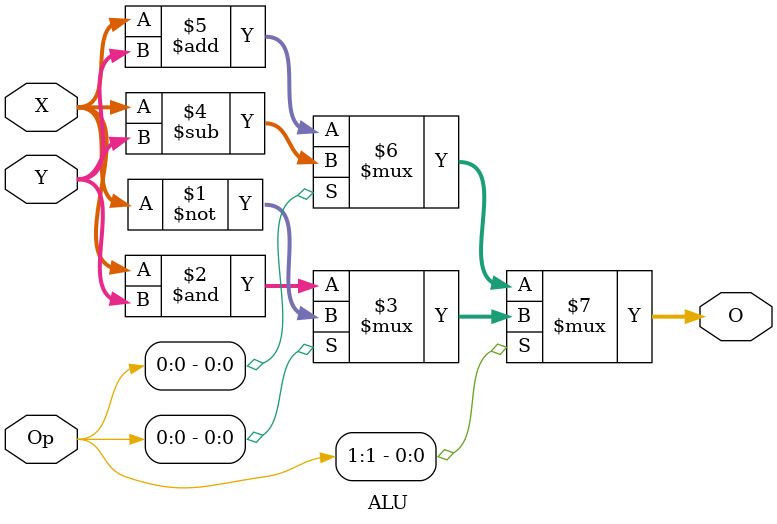
<source format=v>
`timescale 1ns / 1ps
module ALU(
    input [3:0] X,
    input [3:0] Y,
    input [1:0] Op,
    output [3:0] O
    );
	 
	 assign O = Op[1] ?
		(Op[0] ?
			~X //Not
			: X & Y)//And
		:(Op[0] ?
			X - Y //Sub
			: X + Y); //Add
			
endmodule

</source>
